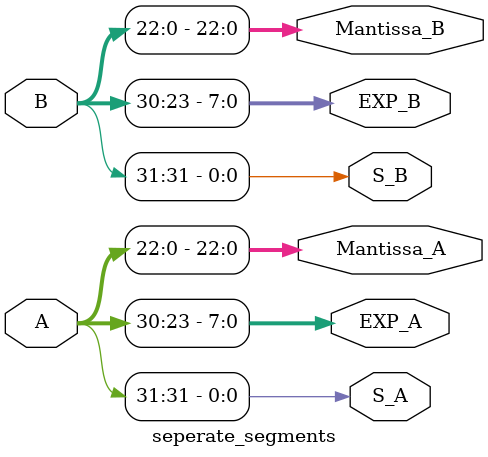
<source format=v>
module seperate_segments (output reg S_A,
                          output reg S_B,
                          output reg [7:0] EXP_A,
                          output reg [7:0] EXP_B,
                          output reg [22:0] Mantissa_A,
                          output reg [22:0] Mantissa_B,
                          input [31:0] A,
                          input [31:0] B);

    always @ (A or B) begin
		S_A = A[31];
		S_B = B[31];

		EXP_A = A[30:23];
		EXP_B = B[30:23];
		
		Mantissa_A = A[22:0];
		Mantissa_B = B[22:0];
	end
endmodule
</source>
